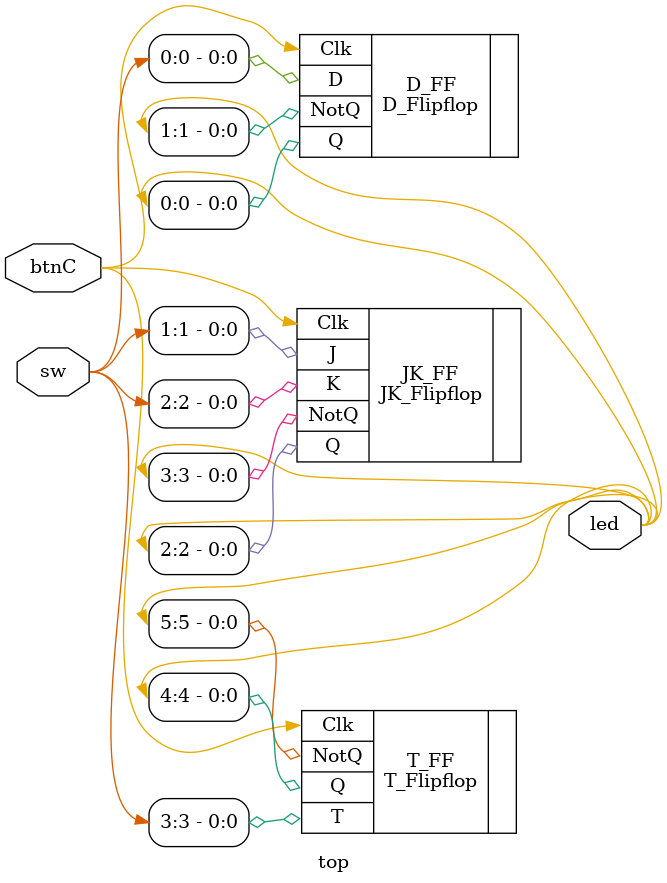
<source format=v>
module top(
    input [3:0] sw,
    input btnC,
    output [5:0] led
);

    D_Flipflop D_FF (
        .D(sw[0]),
        .Clk(btnC),
        .Q(led[0]),
        .NotQ(led[1])
    );
    
    JK_Flipflop JK_FF (
        .J(sw[1]),
        .K(sw[2]),
        .Clk(btnC),
        .Q(led[2]),
        .NotQ(led[3])
    );
    
    T_Flipflop T_FF (
        .T(sw[3]),
        .Clk(btnC),
        .Q(led[4]),
        .NotQ(led[5])
    );
endmodule
</source>
